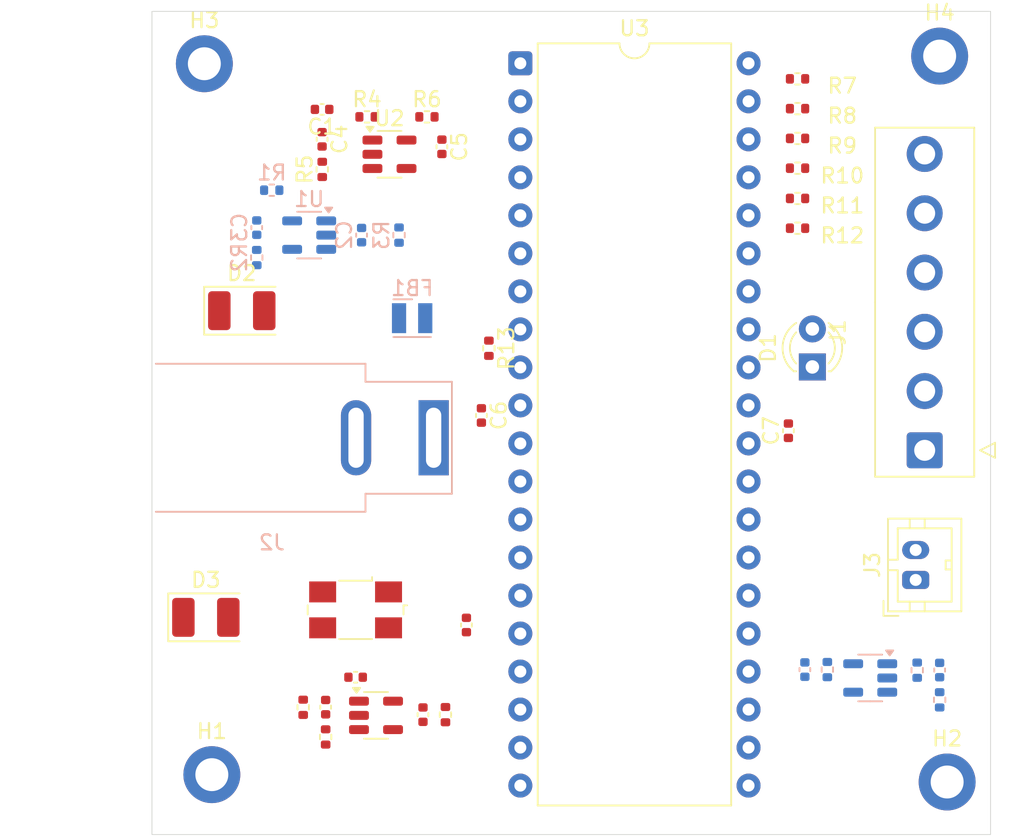
<source format=kicad_pcb>
(kicad_pcb (version 20241229) (generator "pcbnew") (generator_version "9.0")
  (layers (0 "F.Cu" signal) (4 "In1.Cu" signal) (6 "In2.Cu" signal) (2 "B.Cu" signal) (13 "F.Paste" user) (15 "B.Paste" user) (5 "F.SilkS" user "F.Silkscreen") (7 "B.SilkS" user "B.Silkscreen") (1 "F.Mask" user) (3 "B.Mask" user) (25 "Edge.Cuts" user))
  (net 0 "")
  (net 1 "+3V3")
  (net 2 "GND")
  (net 3 "+5V")
  (net 4 "+1V2")
  (net 5 "Net-(U3-XTAL1)")
  (net 6 "Net-(C8-Pad2)")
  (net 7 "Net-(D1-A)")
  (net 8 "Net-(FB1-Pad1)")
  (net 9 "Net-(J1-Pin_1)")
  (net 10 "Net-(J1-Pin_5)")
  (net 11 "Net-(J1-Pin_6)")
  (net 12 "Net-(J1-Pin_3)")
  (net 13 "Net-(J1-Pin_2)")
  (net 14 "Net-(J1-Pin_4)")
  (net 15 "Net-(J3-Pin_2)")
  (net 16 "Net-(U1-EN)")
  (net 17 "Net-(U2-EN)")
  (net 18 "Net-(U3-PA0)")
  (net 19 "Net-(U3-PA1)")
  (net 20 "Net-(U3-PA2)")
  (net 21 "Net-(U3-PA3)")
  (net 22 "Net-(U3-PA4)")
  (net 23 "Net-(U3-PA5)")
  (net 24 "Net-(U3-~{RESET})")
  (net 53 "+1V8")
  (net 54 "Net-(U4-EN)")
  (footprint "Capacitor_SMD:C_0402_1005Metric" (layer "F.Cu") (at 135.7625 87.56 -90)
    (property "Reference" "C4" (at 0 -1.16 90) (layer "F.SilkS"))
    (property "Value" "C")
    (fp_line (start -0.107836 0.36) (end 0.107836 0.36) (stroke (width 0.12)) (layer "F.SilkS"))
    (fp_line (start -0.107836 -0.36) (end 0.107836 -0.36) (stroke (width 0.12)) (layer "F.SilkS"))
    (pad "1" smd roundrect (at -0.48 0 270) (size 0.56 0.62) (layers "F.Cu" "F.Mask" "F.Paste") (net 1 "+3V3"))
    (pad "2" smd roundrect (at 0.48 0 270) (size 0.56 0.62) (layers "F.Cu" "F.Mask" "F.Paste") (net 2 "GND"))
  )
  (footprint "Connector_TE-Connectivity:TE_826576-6_1x06_P3.96mm_Vertical" (layer "F.Cu") (at 176 108.34 90)
    (property "Reference" "J1" (at 7.88 -5.8 90) (layer "F.SilkS"))
    (property "Value" "Conn_01x06_Pin")
    (fp_line (start 21.56 -3.31) (end 21.56 3.31) (stroke (width 0.12)) (layer "F.SilkS"))
    (fp_line (start 9.9 -3.31) (end 21.56 -3.31) (stroke (width 0.12)) (layer "F.SilkS"))
    (fp_line (start 9.9 -3.31) (end -1.76 -3.31) (stroke (width 0.12)) (layer "F.SilkS"))
    (fp_line (start -1.76 -3.31) (end -1.76 3.31) (stroke (width 0.12)) (layer "F.SilkS"))
    (fp_line (start 21.56 3.31) (end 9.9 3.31) (stroke (width 0.12)) (layer "F.SilkS"))
    (fp_line (start -1.76 3.31) (end 9.9 3.31) (stroke (width 0.12)) (layer "F.SilkS"))
    (fp_line (start 0 3.7) (end 0.5 4.7) (stroke (width 0.12)) (layer "F.SilkS"))
    (fp_line (start 0.5 4.7) (end -0.5 4.7) (stroke (width 0.12)) (layer "F.SilkS"))
    (fp_line (start -0.5 4.7) (end 0 3.7) (stroke (width 0.12)) (layer "F.SilkS"))
    (pad "1" thru_hole roundrect (at 0 0 90) (size 2.4 2.4) (drill 1.4) (layers "*.Cu" "*.Mask") (roundrect_rratio 0.104167) (net 9 "Net-(J1-Pin_1)"))
    (pad "2" thru_hole circle (at 3.96 0 90) (size 2.4 2.4) (drill 1.4) (layers "*.Cu" "*.Mask") (net 13 "Net-(J1-Pin_2)"))
    (pad "3" thru_hole circle (at 7.92 0 90) (size 2.4 2.4) (drill 1.4) (layers "*.Cu" "*.Mask") (net 12 "Net-(J1-Pin_3)"))
    (pad "4" thru_hole circle (at 11.88 0 90) (size 2.4 2.4) (drill 1.4) (layers "*.Cu" "*.Mask") (net 14 "Net-(J1-Pin_4)"))
    (pad "5" thru_hole circle (at 15.84 0 90) (size 2.4 2.4) (drill 1.4) (layers "*.Cu" "*.Mask") (net 10 "Net-(J1-Pin_5)"))
    (pad "6" thru_hole circle (at 19.8 0 90) (size 2.4 2.4) (drill 1.4) (layers "*.Cu" "*.Mask") (net 11 "Net-(J1-Pin_6)"))
  )
  (footprint "MountingHole:MountingHole_2.2mm_M2_DIN965_Pad_TopBottom" (layer "F.Cu") (at 127.9 82.51)
    (property "Reference" "H3" (at 0 -2.9 0) (layer "F.SilkS"))
    (property "Value" "MountingHole")
    (pad "1" thru_hole circle (at 0 0) (size 2.6 2.6) (drill 2.2) (layers "*.Cu" "*.Mask"))
    (pad "1" connect circle (at 0 0) (size 3.8 3.8) (layers "F.Cu" "F.Mask"))
    (pad "1" connect circle (at 0 0) (size 3.8 3.8) (layers "B.Cu" "B.Mask"))
  )
  (footprint "Resistor_SMD:R_0402_1005Metric" (layer "F.Cu") (at 146.9 101.52 -90)
    (property "Reference" "R13" (at 0 -1.17 90) (layer "F.SilkS"))
    (property "Value" "R")
    (fp_line (start -0.153641 0.38) (end 0.153641 0.38) (stroke (width 0.12)) (layer "F.SilkS"))
    (fp_line (start -0.153641 -0.38) (end 0.153641 -0.38) (stroke (width 0.12)) (layer "F.SilkS"))
    (pad "1" smd roundrect (at -0.51 0 270) (size 0.54 0.64) (layers "F.Cu" "F.Mask" "F.Paste") (net 1 "+3V3"))
    (pad "2" smd roundrect (at 0.51 0 270) (size 0.54 0.64) (layers "F.Cu" "F.Mask" "F.Paste") (net 24 "Net-(U3-~{RESET})"))
  )
  (footprint "Resistor_SMD:R_0402_1005Metric" (layer "F.Cu") (at 135.7725 89.57 90)
    (property "Reference" "R5" (at 0 -1.17 90) (layer "F.SilkS"))
    (property "Value" "R")
    (fp_line (start -0.153641 -0.38) (end 0.153641 -0.38) (stroke (width 0.12)) (layer "F.SilkS"))
    (fp_line (start -0.153641 0.38) (end 0.153641 0.38) (stroke (width 0.12)) (layer "F.SilkS"))
    (pad "1" smd roundrect (at -0.51 0 90) (size 0.54 0.64) (layers "F.Cu" "F.Mask" "F.Paste") (net 17 "Net-(U2-EN)"))
    (pad "2" smd roundrect (at 0.51 0 90) (size 0.54 0.64) (layers "F.Cu" "F.Mask" "F.Paste") (net 2 "GND"))
  )
  (footprint "Resistor_SMD:R_0402_1005Metric" (layer "F.Cu") (at 167.51 93.5)
    (property "Reference" "R12" (at 2.99 0.49 0) (layer "F.SilkS"))
    (property "Value" "R")
    (fp_line (start -0.153641 -0.38) (end 0.153641 -0.38) (stroke (width 0.12)) (layer "F.SilkS"))
    (fp_line (start -0.153641 0.38) (end 0.153641 0.38) (stroke (width 0.12)) (layer "F.SilkS"))
    (pad "1" smd roundrect (at -0.51 0) (size 0.54 0.64) (layers "F.Cu" "F.Mask" "F.Paste") (net 23 "Net-(U3-PA5)"))
    (pad "2" smd roundrect (at 0.51 0) (size 0.54 0.64) (layers "F.Cu" "F.Mask" "F.Paste") (net 9 "Net-(J1-Pin_1)"))
  )
  (footprint "Capacitor_SMD:C_0402_1005Metric" (layer "F.Cu") (at 135.7625 85.56 180)
    (property "Reference" "C1" (at 0 -1.16 0) (layer "F.SilkS"))
    (property "Value" "C")
    (fp_line (start -0.107836 0.36) (end 0.107836 0.36) (stroke (width 0.12)) (layer "F.SilkS"))
    (fp_line (start -0.107836 -0.36) (end 0.107836 -0.36) (stroke (width 0.12)) (layer "F.SilkS"))
    (pad "1" smd roundrect (at -0.48 0 180) (size 0.56 0.62) (layers "F.Cu" "F.Mask" "F.Paste") (net 1 "+3V3"))
    (pad "2" smd roundrect (at 0.48 0 180) (size 0.56 0.62) (layers "F.Cu" "F.Mask" "F.Paste") (net 2 "GND"))
  )
  (footprint "Resistor_SMD:R_0402_1005Metric" (layer "F.Cu") (at 134.5 125.51 -90)
    (property "Reference" "R14" (hide yes))
    (property "Value" "R" (hide yes))
    (fp_line (start -0.153641 0.38) (end 0.153641 0.38) (stroke (width 0.12)) (layer "F.SilkS"))
    (fp_line (start -0.153641 -0.38) (end 0.153641 -0.38) (stroke (width 0.12)) (layer "F.SilkS"))
    (pad "1" smd roundrect (at -0.51 0 270) (size 0.54 0.64) (layers "F.Cu" "F.Mask" "F.Paste") (net 1 "+3V3"))
    (pad "2" smd roundrect (at 0.51 0 270) (size 0.54 0.64) (layers "F.Cu" "F.Mask" "F.Paste") (net 2 "GND"))
  )
  (footprint "Resistor_SMD:R_0402_1005Metric" (layer "F.Cu") (at 136 127.49 -90)
    (property "Reference" "R15" (hide yes))
    (property "Value" "R" (hide yes))
    (fp_line (start -0.153641 0.38) (end 0.153641 0.38) (stroke (width 0.12)) (layer "F.SilkS"))
    (fp_line (start -0.153641 -0.38) (end 0.153641 -0.38) (stroke (width 0.12)) (layer "F.SilkS"))
    (pad "1" smd roundrect (at -0.51 0 270) (size 0.54 0.64) (layers "F.Cu" "F.Mask" "F.Paste") (net 54 "Net-(U4-EN)"))
    (pad "2" smd roundrect (at 0.51 0 270) (size 0.54 0.64) (layers "F.Cu" "F.Mask" "F.Paste") (net 2 "GND"))
  )
  (footprint "MountingHole:MountingHole_2.2mm_M2_DIN965_Pad_TopBottom" (layer "F.Cu") (at 177 82)
    (property "Reference" "H4" (at 0 -2.9 0) (layer "F.SilkS"))
    (property "Value" "MountingHole")
    (pad "1" thru_hole circle (at 0 0) (size 2.6 2.6) (drill 2.2) (layers "*.Cu" "*.Mask"))
    (pad "1" connect circle (at 0 0) (size 3.8 3.8) (layers "F.Cu" "F.Mask"))
    (pad "1" connect circle (at 0 0) (size 3.8 3.8) (layers "B.Cu" "B.Mask"))
  )
  (footprint "LED_SMD:LED_PLCC-2_3.4x3.0mm_AK" (layer "F.Cu") (at 130.4 99.01)
    (property "Reference" "D2" (at 0 -2.5 0) (layer "F.SilkS"))
    (property "Value" "LED")
    (fp_line (start -2.51 -1.6) (end -2.51 1.6) (stroke (width 0.12)) (layer "F.SilkS"))
    (fp_line (start 2.25 -1.6) (end -2.51 -1.6) (stroke (width 0.12)) (layer "F.SilkS"))
    (fp_line (start 2.25 1.6) (end -2.51 1.6) (stroke (width 0.12)) (layer "F.SilkS"))
    (pad "1" smd roundrect (at 1.5 0) (size 1.5 2.6) (layers "F.Cu" "F.Mask" "F.Paste") (roundrect_rratio 0.1666666667) (net 2 "GND"))
    (pad "2" smd roundrect (at -1.5 0) (size 1.5 2.6) (layers "F.Cu" "F.Mask" "F.Paste") (roundrect_rratio 0.1666666667) (net 4 "+1V2"))
  )
  (footprint "LED_THT:LED_D3.0mm" (layer "F.Cu") (at 168.5 102.77 90)
    (property "Reference" "D1" (at 1.27 -2.96 90) (layer "F.SilkS"))
    (property "Value" "LED")
    (fp_line (start -0.29 -1.236) (end -0.29 -1.08) (stroke (width 0.12)) (layer "F.SilkS"))
    (fp_line (start -0.29 1.08) (end -0.29 1.236) (stroke (width 0.12)) (layer "F.SilkS"))
    (fp_arc (start -0.29 -1.235516) (mid 1.365624 -1.987701) (end 2.941397 -1.080061) (stroke (width 0.12)) (layer "F.SilkS"))
    (fp_arc (start 0.229039 -1.08) (mid 1.269964 -1.5) (end 2.31091 -1.080049) (stroke (width 0.12)) (layer "F.SilkS"))
    (fp_arc (start 2.31091 1.080049) (mid 1.269964 1.5) (end 0.229039 1.08) (stroke (width 0.12)) (layer "F.SilkS"))
    (fp_arc (start 2.941397 1.080061) (mid 1.365624 1.987701) (end -0.29 1.235516) (stroke (width 0.12)) (layer "F.SilkS"))
    (pad "1" thru_hole rect (at 0 0 90) (size 1.8 1.8) (drill 0.9) (layers "*.Cu" "*.Mask") (net 2 "GND"))
    (pad "2" thru_hole circle (at 2.54 0 90) (size 1.8 1.8) (drill 0.9) (layers "*.Cu" "*.Mask") (net 7 "Net-(D1-A)"))
  )
  (footprint "MountingHole:MountingHole_2.2mm_M2_DIN965_Pad_TopBottom" (layer "F.Cu") (at 128.4 130.01)
    (property "Reference" "H1" (at 0 -2.9 0) (layer "F.SilkS"))
    (property "Value" "MountingHole")
    (pad "1" thru_hole circle (at 0 0) (size 2.6 2.6) (drill 2.2) (layers "*.Cu" "*.Mask"))
    (pad "1" connect circle (at 0 0) (size 3.8 3.8) (layers "F.Cu" "F.Mask"))
    (pad "1" connect circle (at 0 0) (size 3.8 3.8) (layers "B.Cu" "B.Mask"))
  )
  (footprint "Resistor_SMD:R_0402_1005Metric" (layer "F.Cu") (at 138.7625 86.06)
    (property "Reference" "R4" (at 0 -1.17 0) (layer "F.SilkS"))
    (property "Value" "R")
    (fp_line (start -0.153641 -0.38) (end 0.153641 -0.38) (stroke (width 0.12)) (layer "F.SilkS"))
    (fp_line (start -0.153641 0.38) (end 0.153641 0.38) (stroke (width 0.12)) (layer "F.SilkS"))
    (pad "1" smd roundrect (at -0.51 0) (size 0.54 0.64) (layers "F.Cu" "F.Mask" "F.Paste") (net 1 "+3V3"))
    (pad "2" smd roundrect (at 0.51 0) (size 0.54 0.64) (layers "F.Cu" "F.Mask" "F.Paste") (net 2 "GND"))
  )
  (footprint "Capacitor_SMD:C_0402_1005Metric" (layer "F.Cu") (at 136 125.5 -90)
    (property "Reference" "C10" (hide yes))
    (property "Value" "C" (hide yes))
    (fp_line (start -0.107836 0.36) (end 0.107836 0.36) (stroke (width 0.12)) (layer "F.SilkS"))
    (fp_line (start -0.107836 -0.36) (end 0.107836 -0.36) (stroke (width 0.12)) (layer "F.SilkS"))
    (pad "1" smd roundrect (at -0.48 0 270) (size 0.56 0.62) (layers "F.Cu" "F.Mask" "F.Paste") (net 1 "+3V3"))
    (pad "2" smd roundrect (at 0.48 0 270) (size 0.56 0.62) (layers "F.Cu" "F.Mask" "F.Paste") (net 2 "GND"))
  )
  (footprint "Capacitor_SMD:C_0402_1005Metric" (layer "F.Cu") (at 143.7625 88.06 -90)
    (property "Reference" "C5" (at 0 -1.16 90) (layer "F.SilkS"))
    (property "Value" "C")
    (fp_line (start -0.107836 0.36) (end 0.107836 0.36) (stroke (width 0.12)) (layer "F.SilkS"))
    (fp_line (start -0.107836 -0.36) (end 0.107836 -0.36) (stroke (width 0.12)) (layer "F.SilkS"))
    (pad "1" smd roundrect (at -0.48 0 270) (size 0.56 0.62) (layers "F.Cu" "F.Mask" "F.Paste") (net 4 "+1V2"))
    (pad "2" smd roundrect (at 0.48 0 270) (size 0.56 0.62) (layers "F.Cu" "F.Mask" "F.Paste") (net 2 "GND"))
  )
  (footprint "Resistor_SMD:R_0402_1005Metric" (layer "F.Cu") (at 167.51 85.51)
    (property "Reference" "R8" (at 2.99 0.48 0) (layer "F.SilkS"))
    (property "Value" "R")
    (fp_line (start -0.153641 -0.38) (end 0.153641 -0.38) (stroke (width 0.12)) (layer "F.SilkS"))
    (fp_line (start -0.153641 0.38) (end 0.153641 0.38) (stroke (width 0.12)) (layer "F.SilkS"))
    (pad "1" smd roundrect (at -0.51 0) (size 0.54 0.64) (layers "F.Cu" "F.Mask" "F.Paste") (net 19 "Net-(U3-PA1)"))
    (pad "2" smd roundrect (at 0.51 0) (size 0.54 0.64) (layers "F.Cu" "F.Mask" "F.Paste") (net 10 "Net-(J1-Pin_5)"))
  )
  (footprint "Package_TO_SOT_SMD:SOT-23-5" (layer "F.Cu") (at 140.2625 88.56)
    (property "Reference" "U2" (at 0 -2.4 0) (layer "F.SilkS"))
    (property "Value" "MIC5504-1.2YM5")
    (fp_line (start 0 -1.56) (end -0.8 -1.56) (stroke (width 0.12)) (layer "F.SilkS"))
    (fp_line (start 0 -1.56) (end 0.8 -1.56) (stroke (width 0.12)) (layer "F.SilkS"))
    (fp_line (start 0 1.56) (end -0.8 1.56) (stroke (width 0.12)) (layer "F.SilkS"))
    (fp_line (start 0 1.56) (end 0.8 1.56) (stroke (width 0.12)) (layer "F.SilkS"))
    (fp_poly (pts (xy -1.3 -1.51) (xy -1.54 -1.84) (xy -1.06 -1.84)) (stroke (width 0.12)) (fill yes) (layer "F.SilkS"))
    (pad "1" smd roundrect (at -1.1375 -0.95) (size 1.325 0.6) (layers "F.Cu" "F.Mask" "F.Paste") (net 1 "+3V3"))
    (pad "2" smd roundrect (at -1.1375 0) (size 1.325 0.6) (layers "F.Cu" "F.Mask" "F.Paste") (net 2 "GND"))
    (pad "3" smd roundrect (at -1.1375 0.95) (size 1.325 0.6) (layers "F.Cu" "F.Mask" "F.Paste") (net 17 "Net-(U2-EN)"))
    (pad "4" smd roundrect (at 1.1375 0.95) (size 1.325 0.6) (layers "F.Cu" "F.Mask" "F.Paste"))
    (pad "5" smd roundrect (at 1.1375 -0.95) (size 1.325 0.6) (layers "F.Cu" "F.Mask" "F.Paste") (net 4 "+1V2"))
  )
  (footprint "Capacitor_SMD:C_0402_1005Metric" (layer "F.Cu") (at 146.4 106.01 -90)
    (property "Reference" "C6" (at 0 -1.16 90) (layer "F.SilkS"))
    (property "Value" "C")
    (fp_line (start -0.107836 0.36) (end 0.107836 0.36) (stroke (width 0.12)) (layer "F.SilkS"))
    (fp_line (start -0.107836 -0.36) (end 0.107836 -0.36) (stroke (width 0.12)) (layer "F.SilkS"))
    (pad "1" smd roundrect (at -0.48 0 270) (size 0.56 0.62) (layers "F.Cu" "F.Mask" "F.Paste") (net 4 "+1V2"))
    (pad "2" smd roundrect (at 0.48 0 270) (size 0.56 0.62) (layers "F.Cu" "F.Mask" "F.Paste") (net 2 "GND"))
  )
  (footprint "Connector_TE-Connectivity:TE_440054-2_1x02_P2.00mm_Vertical" (layer "F.Cu") (at 175.4 117 90)
    (property "Reference" "J3" (at 1 -2.9 90) (layer "F.SilkS"))
    (property "Value" "Conn_01x02_Pin")
    (fp_line (start -2.4 -2.15) (end -1.4 -2.15) (stroke (width 0.12)) (layer "F.SilkS"))
    (fp_line (start -2.4 -2.15) (end -2.4 -1.15) (stroke (width 0.12)) (layer "F.SilkS"))
    (fp_line (start 1.35 -1.85) (end 1.35 -1.2) (stroke (width 0.12)) (layer "F.SilkS"))
    (fp_line (start 0.65 -1.85) (end 0.65 -1.2) (stroke (width 0.12)) (layer "F.SilkS"))
    (fp_line (start 3.45 -1.2) (end 1.35 -1.2) (stroke (width 0.12)) (layer "F.SilkS"))
    (fp_line (start 3.45 -1.2) (end 3.45 2.4) (stroke (width 0.12)) (layer "F.SilkS"))
    (fp_line (start -1.45 -1.2) (end 0.65 -1.2) (stroke (width 0.12)) (layer "F.SilkS"))
    (fp_line (start 3.45 -0.4) (end 4.1 -0.4) (stroke (width 0.12)) (layer "F.SilkS"))
    (fp_line (start -2.1 -0.4) (end -1.45 -0.4) (stroke (width 0.12)) (layer "F.SilkS"))
    (fp_line (start 3.45 0.6) (end 4.1 0.6) (stroke (width 0.12)) (layer "F.SilkS"))
    (fp_line (start -2.1 0.6) (end -1.45 0.6) (stroke (width 0.12)) (layer "F.SilkS"))
    (fp_line (start 1.3 2) (end 1.3 2.4) (stroke (width 0.12)) (layer "F.SilkS"))
    (fp_line (start 0.7 2) (end 1.3 2) (stroke (width 0.12)) (layer "F.SilkS"))
    (fp_line (start 3.45 2.4) (end -1.45 2.4) (stroke (width 0.12)) (layer "F.SilkS"))
    (fp_line (start 0.7 2.4) (end 0.7 2) (stroke (width 0.12)) (layer "F.SilkS"))
    (fp_line (start -1.45 2.4) (end -1.45 -1.2) (stroke (width 0.12)) (layer "F.SilkS"))
    (fp_rect (start -2.1 -1.85) (end 4.1 3.05) (stroke (width 0.12)) (fill no) (layer "F.SilkS"))
    (pad "1" thru_hole roundrect (at 0 0 90) (size 1.2 1.8) (drill 0.8) (layers "*.Cu" "*.Mask") (net 4 "+1V2"))
    (pad "2" thru_hole oval (at 2 0 90) (size 1.2 1.8) (drill 0.8) (layers "*.Cu" "*.Mask") (net 15 "Net-(J3-Pin_2)"))
  )
  (footprint "Crystal:Crystal_SMD_0603-4Pin_6.0x3.5mm" (layer "F.Cu") (at 138 119 180)
    (property "Reference" "Y1" (hide yes))
    (property "Value" "Crystal_GND24")
    (fp_line (start 3.2 -0.3) (end 3.2 0.3) (stroke (width 0.12)) (layer "F.SilkS"))
    (fp_line (start 1.1 1.95) (end -1.1 1.95) (stroke (width 0.12)) (layer "F.SilkS"))
    (fp_line (start -1.1 1.95) (end -1.1 2.19) (stroke (width 0.12)) (layer "F.SilkS"))
    (fp_line (start -1.1 -1.95) (end 1.1 -1.95) (stroke (width 0.12)) (layer "F.SilkS"))
    (fp_line (start -3.2 0.3) (end -3.2 -0.3) (stroke (width 0.12)) (layer "F.SilkS"))
    (fp_line (start -3.44 0.3) (end -3.2 0.3) (stroke (width 0.12)) (layer "F.SilkS"))
    (pad "1" smd rect (at -2.2 1.2 180) (size 1.8 1.4) (layers "F.Cu" "F.Mask" "F.Paste") (net 6 "Net-(C8-Pad2)"))
    (pad "2" smd rect (at 2.2 1.2 180) (size 1.8 1.4) (layers "F.Cu" "F.Mask" "F.Paste") (net 2 "GND"))
    (pad "3" smd rect (at 2.2 -1.2 180) (size 1.8 1.4) (layers "F.Cu" "F.Mask" "F.Paste") (net 5 "Net-(U3-XTAL1)"))
    (pad "4" smd rect (at -2.2 -1.2 180) (size 1.8 1.4) (layers "F.Cu" "F.Mask" "F.Paste") (net 2 "GND"))
  )
  (footprint "Capacitor_SMD:C_0402_1005Metric" (layer "F.Cu") (at 145.4 120.01 90)
    (property "Reference" "C8" (hide yes))
    (property "Value" "C")
    (fp_line (start -0.107836 -0.36) (end 0.107836 -0.36) (stroke (width 0.12)) (layer "F.SilkS"))
    (fp_line (start -0.107836 0.36) (end 0.107836 0.36) (stroke (width 0.12)) (layer "F.SilkS"))
    (pad "1" smd roundrect (at -0.48 0 90) (size 0.56 0.62) (layers "F.Cu" "F.Mask" "F.Paste") (net 5 "Net-(U3-XTAL1)"))
    (pad "2" smd roundrect (at 0.48 0 90) (size 0.56 0.62) (layers "F.Cu" "F.Mask" "F.Paste") (net 6 "Net-(C8-Pad2)"))
  )
  (footprint "Capacitor_SMD:C_0402_1005Metric" (layer "F.Cu") (at 138 123.5)
    (property "Reference" "C9" (hide yes))
    (property "Value" "C" (hide yes))
    (fp_line (start -0.107836 -0.36) (end 0.107836 -0.36) (stroke (width 0.12)) (layer "F.SilkS"))
    (fp_line (start -0.107836 0.36) (end 0.107836 0.36) (stroke (width 0.12)) (layer "F.SilkS"))
    (pad "1" smd roundrect (at -0.48 0) (size 0.56 0.62) (layers "F.Cu" "F.Mask" "F.Paste") (net 1 "+3V3"))
    (pad "2" smd roundrect (at 0.48 0) (size 0.56 0.62) (layers "F.Cu" "F.Mask" "F.Paste") (net 2 "GND"))
  )
  (footprint "LED_SMD:LED_PLCC-2_3.4x3.0mm_AK" (layer "F.Cu") (at 128 119.5)
    (property "Reference" "D3" (at 0 -2.5 0) (layer "F.SilkS"))
    (property "Value" "LED")
    (fp_line (start -2.51 -1.6) (end -2.51 1.6) (stroke (width 0.12)) (layer "F.SilkS"))
    (fp_line (start 2.25 -1.6) (end -2.51 -1.6) (stroke (width 0.12)) (layer "F.SilkS"))
    (fp_line (start 2.25 1.6) (end -2.51 1.6) (stroke (width 0.12)) (layer "F.SilkS"))
    (pad "1" smd roundrect (at 1.5 0) (size 1.5 2.6) (layers "F.Cu" "F.Mask" "F.Paste") (roundrect_rratio 0.1666666667) (net 2 "GND"))
    (pad "2" smd roundrect (at -1.5 0) (size 1.5 2.6) (layers "F.Cu" "F.Mask" "F.Paste") (roundrect_rratio 0.1666666667) (net 53 "+1V8"))
  )
  (footprint "MountingHole:MountingHole_2.2mm_M2_DIN965_Pad_TopBottom" (layer "F.Cu") (at 177.5 130.5)
    (property "Reference" "H2" (at 0 -2.9 0) (layer "F.SilkS"))
    (property "Value" "MountingHole")
    (pad "1" thru_hole circle (at 0 0) (size 2.6 2.6) (drill 2.2) (layers "*.Cu" "*.Mask"))
    (pad "1" connect circle (at 0 0) (size 3.8 3.8) (layers "F.Cu" "F.Mask"))
    (pad "1" connect circle (at 0 0) (size 3.8 3.8) (layers "B.Cu" "B.Mask"))
  )
  (footprint "Capacitor_SMD:C_0402_1005Metric" (layer "F.Cu") (at 142.5 126 -90)
    (property "Reference" "C11" (hide yes))
    (property "Value" "C" (hide yes))
    (fp_line (start -0.107836 0.36) (end 0.107836 0.36) (stroke (width 0.12)) (layer "F.SilkS"))
    (fp_line (start -0.107836 -0.36) (end 0.107836 -0.36) (stroke (width 0.12)) (layer "F.SilkS"))
    (pad "1" smd roundrect (at -0.48 0 270) (size 0.56 0.62) (layers "F.Cu" "F.Mask" "F.Paste") (net 53 "+1V8"))
    (pad "2" smd roundrect (at 0.48 0 270) (size 0.56 0.62) (layers "F.Cu" "F.Mask" "F.Paste") (net 2 "GND"))
  )
  (footprint "Package_DIP:DIP-40_W15.24mm" (layer "F.Cu") (at 149 82.48)
    (property "Reference" "U3" (at 7.62 -2.33 0) (layer "F.SilkS"))
    (property "Value" "ATmega164P-20P")
    (fp_line (start 1.16 -1.33) (end 1.16 49.59) (stroke (width 0.12)) (layer "F.SilkS"))
    (fp_line (start 1.16 49.59) (end 14.08 49.59) (stroke (width 0.12)) (layer "F.SilkS"))
    (fp_line (start 6.62 -1.33) (end 1.16 -1.33) (stroke (width 0.12)) (layer "F.SilkS"))
    (fp_line (start 14.08 -1.33) (end 8.62 -1.33) (stroke (width 0.12)) (layer "F.SilkS"))
    (fp_line (start 14.08 49.59) (end 14.08 -1.33) (stroke (width 0.12)) (layer "F.SilkS"))
    (fp_arc (start 8.62 -1.33) (mid 7.62 -0.33) (end 6.62 -1.33) (stroke (width 0.12)) (layer "F.SilkS"))
    (pad "1" thru_hole roundrect (at 0 0) (size 1.6 1.6) (drill 0.8) (layers "*.Cu" "*.Mask") (roundrect_rratio 0.15625))
    (pad "2" thru_hole circle (at 0 2.54) (size 1.6 1.6) (drill 0.8) (layers "*.Cu" "*.Mask"))
    (pad "3" thru_hole circle (at 0 5.08) (size 1.6 1.6) (drill 0.8) (layers "*.Cu" "*.Mask"))
    (pad "4" thru_hole circle (at 0 7.62) (size 1.6 1.6) (drill 0.8) (layers "*.Cu" "*.Mask"))
    (pad "5" thru_hole circle (at 0 10.16) (size 1.6 1.6) (drill 0.8) (layers "*.Cu" "*.Mask"))
    (pad "6" thru_hole circle (at 0 12.7) (size 1.6 1.6) (drill 0.8) (layers "*.Cu" "*.Mask"))
    (pad "7" thru_hole circle (at 0 15.24) (size 1.6 1.6) (drill 0.8) (layers "*.Cu" "*.Mask"))
    (pad "8" thru_hole circle (at 0 17.78) (size 1.6 1.6) (drill 0.8) (layers "*.Cu" "*.Mask"))
    (pad "9" thru_hole circle (at 0 20.32) (size 1.6 1.6) (drill 0.8) (layers "*.Cu" "*.Mask") (net 24 "Net-(U3-~{RESET})"))
    (pad "10" thru_hole circle (at 0 22.86) (size 1.6 1.6) (drill 0.8) (layers "*.Cu" "*.Mask") (net 4 "+1V2"))
    (pad "11" thru_hole circle (at 0 25.4) (size 1.6 1.6) (drill 0.8) (layers "*.Cu" "*.Mask") (net 2 "GND"))
    (pad "12" thru_hole circle (at 0 27.94) (size 1.6 1.6) (drill 0.8) (layers "*.Cu" "*.Mask"))
    (pad "13" thru_hole circle (at 0 30.48) (size 1.6 1.6) (drill 0.8) (layers "*.Cu" "*.Mask") (net 5 "Net-(U3-XTAL1)"))
    (pad "14" thru_hole circle (at 0 33.02) (size 1.6 1.6) (drill 0.8) (layers "*.Cu" "*.Mask"))
    (pad "15" thru_hole circle (at 0 35.56) (size 1.6 1.6) (drill 0.8) (layers "*.Cu" "*.Mask"))
    (pad "16" thru_hole circle (at 0 38.1) (size 1.6 1.6) (drill 0.8) (layers "*.Cu" "*.Mask"))
    (pad "17" thru_hole circle (at 0 40.64) (size 1.6 1.6) (drill 0.8) (layers "*.Cu" "*.Mask"))
    (pad "18" thru_hole circle (at 0 43.18) (size 1.6 1.6) (drill 0.8) (layers "*.Cu" "*.Mask"))
    (pad "19" thru_hole circle (at 0 45.72) (size 1.6 1.6) (drill 0.8) (layers "*.Cu" "*.Mask"))
    (pad "20" thru_hole circle (at 0 48.26) (size 1.6 1.6) (drill 0.8) (layers "*.Cu" "*.Mask"))
    (pad "21" thru_hole circle (at 15.24 48.26) (size 1.6 1.6) (drill 0.8) (layers "*.Cu" "*.Mask"))
    (pad "22" thru_hole circle (at 15.24 45.72) (size 1.6 1.6) (drill 0.8) (layers "*.Cu" "*.Mask"))
    (pad "23" thru_hole circle (at 15.24 43.18) (size 1.6 1.6) (drill 0.8) (layers "*.Cu" "*.Mask"))
    (pad "24" thru_hole circle (at 15.24 40.64) (size 1.6 1.6) (drill 0.8) (layers "*.Cu" "*.Mask"))
    (pad "25" thru_hole circle (at 15.24 38.1) (size 1.6 1.6) (drill 0.8) (layers "*.Cu" "*.Mask"))
    (pad "26" thru_hole circle (at 15.24 35.56) (size 1.6 1.6) (drill 0.8) (layers "*.Cu" "*.Mask"))
    (pad "27" thru_hole circle (at 15.24 33.02) (size 1.6 1.6) (drill 0.8) (layers "*.Cu" "*.Mask"))
    (pad "28" thru_hole circle (at 15.24 30.48) (size 1.6 1.6) (drill 0.8) (layers "*.Cu" "*.Mask"))
    (pad "29" thru_hole circle (at 15.24 27.94) (size 1.6 1.6) (drill 0.8) (layers "*.Cu" "*.Mask"))
    (pad "30" thru_hole circle (at 15.24 25.4) (size 1.6 1.6) (drill 0.8) (layers "*.Cu" "*.Mask") (net 4 "+1V2"))
    (pad "31" thru_hole circle (at 15.24 22.86) (size 1.6 1.6) (drill 0.8) (layers "*.Cu" "*.Mask") (net 2 "GND"))
    (pad "32" thru_hole circle (at 15.24 20.32) (size 1.6 1.6) (drill 0.8) (layers "*.Cu" "*.Mask"))
    (pad "33" thru_hole circle (at 15.24 17.78) (size 1.6 1.6) (drill 0.8) (layers "*.Cu" "*.Mask") (net 7 "Net-(D1-A)"))
    (pad "34" thru_hole circle (at 15.24 15.24) (size 1.6 1.6) (drill 0.8) (layers "*.Cu" "*.Mask") (net 15 "Net-(J3-Pin_2)"))
    (pad "35" thru_hole circle (at 15.24 12.7) (size 1.6 1.6) (drill 0.8) (layers "*.Cu" "*.Mask") (net 23 "Net-(U3-PA5)"))
    (pad "36" thru_hole circle (at 15.24 10.16) (size 1.6 1.6) (drill 0.8) (layers "*.Cu" "*.Mask") (net 22 "Net-(U3-PA4)"))
    (pad "37" thru_hole circle (at 15.24 7.62) (size 1.6 1.6) (drill 0.8) (layers "*.Cu" "*.Mask") (net 21 "Net-(U3-PA3)"))
    (pad "38" thru_hole circle (at 15.24 5.08) (size 1.6 1.6) (drill 0.8) (layers "*.Cu" "*.Mask") (net 20 "Net-(U3-PA2)"))
    (pad "39" thru_hole circle (at 15.24 2.54) (size 1.6 1.6) (drill 0.8) (layers "*.Cu" "*.Mask") (net 19 "Net-(U3-PA1)"))
    (pad "40" thru_hole circle (at 15.24 0) (size 1.6 1.6) (drill 0.8) (layers "*.Cu" "*.Mask") (net 18 "Net-(U3-PA0)"))
  )
  (footprint "Resistor_SMD:R_0402_1005Metric" (layer "F.Cu") (at 167.51 91.51)
    (property "Reference" "R11" (at 2.99 0.48 0) (layer "F.SilkS"))
    (property "Value" "R")
    (fp_line (start -0.153641 -0.38) (end 0.153641 -0.38) (stroke (width 0.12)) (layer "F.SilkS"))
    (fp_line (start -0.153641 0.38) (end 0.153641 0.38) (stroke (width 0.12)) (layer "F.SilkS"))
    (pad "1" smd roundrect (at -0.51 0) (size 0.54 0.64) (layers "F.Cu" "F.Mask" "F.Paste") (net 22 "Net-(U3-PA4)"))
    (pad "2" smd roundrect (at 0.51 0) (size 0.54 0.64) (layers "F.Cu" "F.Mask" "F.Paste") (net 13 "Net-(J1-Pin_2)"))
  )
  (footprint "Package_TO_SOT_SMD:SOT-23-5" (layer "F.Cu") (at 139.3625 126.05)
    (property "Reference" "U4" (hide yes))
    (property "Value" "MIC5504-1.8YM5" (hide yes))
    (fp_line (start 0 -1.56) (end -0.8 -1.56) (stroke (width 0.12)) (layer "F.SilkS"))
    (fp_line (start 0 -1.56) (end 0.8 -1.56) (stroke (width 0.12)) (layer "F.SilkS"))
    (fp_line (start 0 1.56) (end -0.8 1.56) (stroke (width 0.12)) (layer "F.SilkS"))
    (fp_line (start 0 1.56) (end 0.8 1.56) (stroke (width 0.12)) (layer "F.SilkS"))
    (fp_poly (pts (xy -1.3 -1.51) (xy -1.54 -1.84) (xy -1.06 -1.84)) (stroke (width 0.12)) (fill yes) (layer "F.SilkS"))
    (pad "1" smd roundrect (at -1.1375 -0.95) (size 1.325 0.6) (layers "F.Cu" "F.Mask" "F.Paste") (net 1 "+3V3"))
    (pad "2" smd roundrect (at -1.1375 0) (size 1.325 0.6) (layers "F.Cu" "F.Mask" "F.Paste") (net 2 "GND"))
    (pad "3" smd roundrect (at -1.1375 0.95) (size 1.325 0.6) (layers "F.Cu" "F.Mask" "F.Paste") (net 54 "Net-(U4-EN)"))
    (pad "4" smd roundrect (at 1.1375 0.95) (size 1.325 0.6) (layers "F.Cu" "F.Mask" "F.Paste"))
    (pad "5" smd roundrect (at 1.1375 -0.95) (size 1.325 0.6) (layers "F.Cu" "F.Mask" "F.Paste") (net 53 "+1V8"))
  )
  (footprint "Resistor_SMD:R_0402_1005Metric" (layer "F.Cu") (at 167.51 89.49)
    (property "Reference" "R10" (at 2.99 0.5 0) (layer "F.SilkS"))
    (property "Value" "R")
    (fp_line (start -0.153641 -0.38) (end 0.153641 -0.38) (stroke (width 0.12)) (layer "F.SilkS"))
    (fp_line (start -0.153641 0.38) (end 0.153641 0.38) (stroke (width 0.12)) (layer "F.SilkS"))
    (pad "1" smd roundrect (at -0.51 0) (size 0.54 0.64) (layers "F.Cu" "F.Mask" "F.Paste") (net 21 "Net-(U3-PA3)"))
    (pad "2" smd roundrect (at 0.51 0) (size 0.54 0.64) (layers "F.Cu" "F.Mask" "F.Paste") (net 12 "Net-(J1-Pin_3)"))
  )
  (footprint "Resistor_SMD:R_0402_1005Metric" (layer "F.Cu") (at 167.51 87.5)
    (property "Reference" "R9" (at 2.99 0.49 0) (layer "F.SilkS"))
    (property "Value" "R")
    (fp_line (start -0.153641 -0.38) (end 0.153641 -0.38) (stroke (width 0.12)) (layer "F.SilkS"))
    (fp_line (start -0.153641 0.38) (end 0.153641 0.38) (stroke (width 0.12)) (layer "F.SilkS"))
    (pad "1" smd roundrect (at -0.51 0) (size 0.54 0.64) (layers "F.Cu" "F.Mask" "F.Paste") (net 20 "Net-(U3-PA2)"))
    (pad "2" smd roundrect (at 0.51 0) (size 0.54 0.64) (layers "F.Cu" "F.Mask" "F.Paste") (net 14 "Net-(J1-Pin_4)"))
  )
  (footprint "Resistor_SMD:R_0402_1005Metric" (layer "F.Cu") (at 167.51 83.52)
    (property "Reference" "R7" (at 2.99 0.47 0) (layer "F.SilkS"))
    (property "Value" "R")
    (fp_line (start -0.153641 -0.38) (end 0.153641 -0.38) (stroke (width 0.12)) (layer "F.SilkS"))
    (fp_line (start -0.153641 0.38) (end 0.153641 0.38) (stroke (width 0.12)) (layer "F.SilkS"))
    (pad "1" smd roundrect (at -0.51 0) (size 0.54 0.64) (layers "F.Cu" "F.Mask" "F.Paste") (net 18 "Net-(U3-PA0)"))
    (pad "2" smd roundrect (at 0.51 0) (size 0.54 0.64) (layers "F.Cu" "F.Mask" "F.Paste") (net 11 "Net-(J1-Pin_6)"))
  )
  (footprint "Capacitor_SMD:C_0402_1005Metric" (layer "F.Cu") (at 166.9 107.03 90)
    (property "Reference" "C7" (at 0 -1.16 90) (layer "F.SilkS"))
    (property "Value" "C")
    (fp_line (start -0.107836 -0.36) (end 0.107836 -0.36) (stroke (width 0.12)) (layer "F.SilkS"))
    (fp_line (start -0.107836 0.36) (end 0.107836 0.36) (stroke (width 0.12)) (layer "F.SilkS"))
    (pad "1" smd roundrect (at -0.48 0 90) (size 0.56 0.62) (layers "F.Cu" "F.Mask" "F.Paste") (net 4 "+1V2"))
    (pad "2" smd roundrect (at 0.48 0 90) (size 0.56 0.62) (layers "F.Cu" "F.Mask" "F.Paste") (net 2 "GND"))
  )
  (footprint "Resistor_SMD:R_0402_1005Metric" (layer "F.Cu") (at 144 126 -90)
    (property "Reference" "R16" (hide yes))
    (property "Value" "R" (hide yes))
    (fp_line (start -0.153641 0.38) (end 0.153641 0.38) (stroke (width 0.12)) (layer "F.SilkS"))
    (fp_line (start -0.153641 -0.38) (end 0.153641 -0.38) (stroke (width 0.12)) (layer "F.SilkS"))
    (pad "1" smd roundrect (at -0.51 0 270) (size 0.54 0.64) (layers "F.Cu" "F.Mask" "F.Paste") (net 53 "+1V8"))
    (pad "2" smd roundrect (at 0.51 0 270) (size 0.54 0.64) (layers "F.Cu" "F.Mask" "F.Paste") (net 2 "GND"))
  )
  (footprint "Resistor_SMD:R_0402_1005Metric" (layer "F.Cu") (at 142.7625 86.06)
    (property "Reference" "R6" (at 0 -1.17 0) (layer "F.SilkS"))
    (property "Value" "R")
    (fp_line (start -0.153641 -0.38) (end 0.153641 -0.38) (stroke (width 0.12)) (layer "F.SilkS"))
    (fp_line (start -0.153641 0.38) (end 0.153641 0.38) (stroke (width 0.12)) (layer "F.SilkS"))
    (pad "1" smd roundrect (at -0.51 0) (size 0.54 0.64) (layers "F.Cu" "F.Mask" "F.Paste") (net 4 "+1V2"))
    (pad "2" smd roundrect (at 0.51 0) (size 0.54 0.64) (layers "F.Cu" "F.Mask" "F.Paste") (net 2 "GND"))
  )
  (footprint "Package_TO_SOT_SMD:SOT-23-5" (layer "B.Cu") (at 172.3625 123.55 180)
    (property "Reference" "U4" (hide yes))
    (property "Value" "MIC5504-1.8YM5" (hide yes))
    (fp_line (start 0 1.56) (end 0.8 1.56) (stroke (width 0.12)) (layer "B.SilkS"))
    (fp_line (start 0 1.56) (end -0.8 1.56) (stroke (width 0.12)) (layer "B.SilkS"))
    (fp_line (start 0 -1.56) (end 0.8 -1.56) (stroke (width 0.12)) (layer "B.SilkS"))
    (fp_line (start 0 -1.56) (end -0.8 -1.56) (stroke (width 0.12)) (layer "B.SilkS"))
    (fp_poly (pts (xy -1.3 1.51) (xy -1.54 1.84) (xy -1.06 1.84)) (stroke (width 0.12)) (fill yes) (layer "B.SilkS"))
    (pad "1" smd roundrect (at -1.1375 0.95 180) (size 1.325 0.6) (layers "B.Cu" "B.Mask" "B.Paste") (net 1 "+3V3"))
    (pad "2" smd roundrect (at -1.1375 0 180) (size 1.325 0.6) (layers "B.Cu" "B.Mask" "B.Paste") (net 2 "GND"))
    (pad "3" smd roundrect (at -1.1375 -0.95 180) (size 1.325 0.6) (layers "B.Cu" "B.Mask" "B.Paste") (net 54 "Net-(U4-EN)"))
    (pad "4" smd roundrect (at 1.1375 -0.95 180) (size 1.325 0.6) (layers "B.Cu" "B.Mask" "B.Paste"))
    (pad "5" smd roundrect (at 1.1375 0.95 180) (size 1.325 0.6) (layers "B.Cu" "B.Mask" "B.Paste") (net 53 "+1V8"))
  )
  (footprint "Capacitor_SMD:C_0402_1005Metric" (layer "B.Cu") (at 131.4 93.46 -90)
    (property "Reference" "C3" (at 0 1.16 90) (layer "B.SilkS") (effects (justify mirror)))
    (property "Value" "C")
    (fp_line (start -0.107836 0.36) (end 0.107836 0.36) (stroke (width 0.12)) (layer "B.SilkS"))
    (fp_line (start -0.107836 -0.36) (end 0.107836 -0.36) (stroke (width 0.12)) (layer "B.SilkS"))
    (pad "1" smd roundrect (at -0.48 0 270) (size 0.56 0.62) (layers "B.Cu" "B.Mask" "B.Paste") (net 3 "+5V"))
    (pad "2" smd roundrect (at 0.48 0 270) (size 0.56 0.62) (layers "B.Cu" "B.Mask" "B.Paste") (net 2 "GND"))
  )
  (footprint "Resistor_SMD:R_0402_1005Metric" (layer "B.Cu") (at 140.9 93.96 -90)
    (property "Reference" "R3" (at 0 1.17 90) (layer "B.SilkS") (effects (justify mirror)))
    (property "Value" "R")
    (fp_line (start -0.153641 0.38) (end 0.153641 0.38) (stroke (width 0.12)) (layer "B.SilkS"))
    (fp_line (start -0.153641 -0.38) (end 0.153641 -0.38) (stroke (width 0.12)) (layer "B.SilkS"))
    (pad "1" smd roundrect (at -0.51 0 270) (size 0.54 0.64) (layers "B.Cu" "B.Mask" "B.Paste") (net 1 "+3V3"))
    (pad "2" smd roundrect (at 0.51 0 270) (size 0.54 0.64) (layers "B.Cu" "B.Mask" "B.Paste") (net 2 "GND"))
  )
  (footprint "Package_TO_SOT_SMD:SOT-23-5" (layer "B.Cu") (at 134.9 93.96 180)
    (property "Reference" "U1" (at 0 2.4 0) (layer "B.SilkS") (effects (justify mirror)))
    (property "Value" "MIC5504-3.3YM5")
    (fp_line (start 0 1.56) (end 0.8 1.56) (stroke (width 0.12)) (layer "B.SilkS"))
    (fp_line (start 0 1.56) (end -0.8 1.56) (stroke (width 0.12)) (layer "B.SilkS"))
    (fp_line (start 0 -1.56) (end 0.8 -1.56) (stroke (width 0.12)) (layer "B.SilkS"))
    (fp_line (start 0 -1.56) (end -0.8 -1.56) (stroke (width 0.12)) (layer "B.SilkS"))
    (fp_poly (pts (xy -1.3 1.51) (xy -1.54 1.84) (xy -1.06 1.84)) (stroke (width 0.12)) (fill yes) (layer "B.SilkS"))
    (pad "1" smd roundrect (at -1.1375 0.95 180) (size 1.325 0.6) (layers "B.Cu" "B.Mask" "B.Paste") (net 3 "+5V"))
    (pad "2" smd roundrect (at -1.1375 0 180) (size 1.325 0.6) (layers "B.Cu" "B.Mask" "B.Paste") (net 2 "GND"))
    (pad "3" smd roundrect (at -1.1375 -0.95 180) (size 1.325 0.6) (layers "B.Cu" "B.Mask" "B.Paste") (net 16 "Net-(U1-EN)"))
    (pad "4" smd roundrect (at 1.1375 -0.95 180) (size 1.325 0.6) (layers "B.Cu" "B.Mask" "B.Paste"))
    (pad "5" smd roundrect (at 1.1375 0.95 180) (size 1.325 0.6) (layers "B.Cu" "B.Mask" "B.Paste") (net 1 "+3V3"))
  )
  (footprint "Resistor_SMD:R_0402_1005Metric" (layer "B.Cu") (at 177 125.01 -90)
    (property "Reference" "R15" (hide yes))
    (property "Value" "R" (hide yes))
    (fp_line (start -0.153641 0.38) (end 0.153641 0.38) (stroke (width 0.12)) (layer "B.SilkS"))
    (fp_line (start -0.153641 -0.38) (end 0.153641 -0.38) (stroke (width 0.12)) (layer "B.SilkS"))
    (pad "1" smd roundrect (at -0.51 0 270) (size 0.54 0.64) (layers "B.Cu" "B.Mask" "B.Paste") (net 54 "Net-(U4-EN)"))
    (pad "2" smd roundrect (at 0.51 0 270) (size 0.54 0.64) (layers "B.Cu" "B.Mask" "B.Paste") (net 2 "GND"))
  )
  (footprint "Resistor_SMD:R_0402_1005Metric" (layer "B.Cu") (at 132.4 90.96 180)
    (property "Reference" "R1" (at 0 1.17 0) (layer "B.SilkS") (effects (justify mirror)))
    (property "Value" "R")
    (fp_line (start -0.153641 0.38) (end 0.153641 0.38) (stroke (width 0.12)) (layer "B.SilkS"))
    (fp_line (start -0.153641 -0.38) (end 0.153641 -0.38) (stroke (width 0.12)) (layer "B.SilkS"))
    (pad "1" smd roundrect (at -0.51 0 180) (size 0.54 0.64) (layers "B.Cu" "B.Mask" "B.Paste") (net 3 "+5V"))
    (pad "2" smd roundrect (at 0.51 0 180) (size 0.54 0.64) (layers "B.Cu" "B.Mask" "B.Paste") (net 2 "GND"))
  )
  (footprint "Resistor_SMD:R_0402_1005Metric" (layer "B.Cu") (at 169.5 122.99 -90)
    (property "Reference" "R16" (hide yes))
    (property "Value" "R" (hide yes))
    (fp_line (start -0.153641 0.38) (end 0.153641 0.38) (stroke (width 0.12)) (layer "B.SilkS"))
    (fp_line (start -0.153641 -0.38) (end 0.153641 -0.38) (stroke (width 0.12)) (layer "B.SilkS"))
    (pad "1" smd roundrect (at -0.51 0 270) (size 0.54 0.64) (layers "B.Cu" "B.Mask" "B.Paste") (net 53 "+1V8"))
    (pad "2" smd roundrect (at 0.51 0 270) (size 0.54 0.64) (layers "B.Cu" "B.Mask" "B.Paste") (net 2 "GND"))
  )
  (footprint "Inductor_SMD_Wurth:L_Wurth_WE-LQSH-2512" (layer "B.Cu") (at 141.775 99.51 180)
    (property "Reference" "FB1" (at 0 2 0) (layer "B.SilkS") (effects (justify mirror)))
    (property "Value" "FerriteBead")
    (fp_line (start 0 1.26) (end 1.25 1.26) (stroke (width 0.12)) (layer "B.SilkS"))
    (fp_line (start -1.25 -1.26) (end 1.25 -1.26) (stroke (width 0.12)) (layer "B.SilkS"))
    (pad "1" smd rect (at -0.875 0 180) (size 0.95 2) (layers "B.Cu" "B.Mask" "B.Paste") (net 8 "Net-(FB1-Pad1)"))
    (pad "2" smd rect (at 0.875 0 180) (size 0.95 2) (layers "B.Cu" "B.Mask" "B.Paste") (net 3 "+5V"))
  )
  (footprint "Resistor_SMD:R_0402_1005Metric" (layer "B.Cu") (at 131.4 95.46 -90)
    (property "Reference" "R2" (at 0 1.17 90) (layer "B.SilkS") (effects (justify mirror)))
    (property "Value" "R")
    (fp_line (start -0.153641 0.38) (end 0.153641 0.38) (stroke (width 0.12)) (layer "B.SilkS"))
    (fp_line (start -0.153641 -0.38) (end 0.153641 -0.38) (stroke (width 0.12)) (layer "B.SilkS"))
    (pad "1" smd roundrect (at -0.51 0 270) (size 0.54 0.64) (layers "B.Cu" "B.Mask" "B.Paste") (net 16 "Net-(U1-EN)"))
    (pad "2" smd roundrect (at 0.51 0 270) (size 0.54 0.64) (layers "B.Cu" "B.Mask" "B.Paste") (net 2 "GND"))
  )
  (footprint "Capacitor_SMD:C_0402_1005Metric" (layer "B.Cu") (at 138.4 93.96 -90)
    (property "Reference" "C2" (at 0 1.16 90) (layer "B.SilkS") (effects (justify mirror)))
    (property "Value" "C")
    (fp_line (start -0.107836 0.36) (end 0.107836 0.36) (stroke (width 0.12)) (layer "B.SilkS"))
    (fp_line (start -0.107836 -0.36) (end 0.107836 -0.36) (stroke (width 0.12)) (layer "B.SilkS"))
    (pad "1" smd roundrect (at -0.48 0 270) (size 0.56 0.62) (layers "B.Cu" "B.Mask" "B.Paste") (net 1 "+3V3"))
    (pad "2" smd roundrect (at 0.48 0 270) (size 0.56 0.62) (layers "B.Cu" "B.Mask" "B.Paste") (net 2 "GND"))
  )
  (footprint "Capacitor_SMD:C_0402_1005Metric" (layer "B.Cu") (at 177 123.02 -90)
    (property "Reference" "C10" (hide yes))
    (property "Value" "C" (hide yes))
    (fp_line (start -0.107836 0.36) (end 0.107836 0.36) (stroke (width 0.12)) (layer "B.SilkS"))
    (fp_line (start -0.107836 -0.36) (end 0.107836 -0.36) (stroke (width 0.12)) (layer "B.SilkS"))
    (pad "1" smd roundrect (at -0.48 0 270) (size 0.56 0.62) (layers "B.Cu" "B.Mask" "B.Paste") (net 1 "+3V3"))
    (pad "2" smd roundrect (at 0.48 0 270) (size 0.56 0.62) (layers "B.Cu" "B.Mask" "B.Paste") (net 2 "GND"))
  )
  (footprint "Connector_BarrelJack:BarrelJack_SwitchcraftConxall_RAPC10U_Horizontal" (layer "B.Cu") (at 143.21 107.5)
    (property "Reference" "J2" (at -10.8 7 180) (layer "B.SilkS") (effects (justify mirror)))
    (property "Value" "Barrel_Jack")
    (fp_line (start -18.55 -4.945) (end -4.55 -4.945) (stroke (width 0.12)) (layer "B.SilkS"))
    (fp_line (start -4.55 -4.945) (end -4.55 -3.74) (stroke (width 0.12)) (layer "B.SilkS"))
    (fp_line (start -4.55 -3.74) (end 1.22 -3.74) (stroke (width 0.12)) (layer "B.SilkS"))
    (fp_line (start -4.55 3.74) (end -4.55 4.945) (stroke (width 0.12)) (layer "B.SilkS"))
    (fp_line (start -4.55 4.945) (end -18.55 4.945) (stroke (width 0.12)) (layer "B.SilkS"))
    (fp_line (start 1.22 -3.74) (end 1.22 3.74) (stroke (width 0.12)) (layer "B.SilkS"))
    (fp_line (start 1.22 3.74) (end -4.55 3.74) (stroke (width 0.12)) (layer "B.SilkS"))
    (pad "1" thru_hole rect (at 0 0) (size 2.02 5.02) (drill oval 1.02 4.02) (layers "*.Cu" "*.Mask") (net 8 "Net-(FB1-Pad1)"))
    (pad "2" thru_hole oval (at -5.18 0) (size 2.02 5.02) (drill oval 1.02 4.02) (layers "*.Cu" "*.Mask") (net 2 "GND"))
  )
  (footprint "Capacitor_SMD:C_0402_1005Metric" (layer "B.Cu") (at 168 122.99 -90)
    (property "Reference" "C11" (hide yes))
    (property "Value" "C" (hide yes))
    (fp_line (start -0.107836 0.36) (end 0.107836 0.36) (stroke (width 0.12)) (layer "B.SilkS"))
    (fp_line (start -0.107836 -0.36) (end 0.107836 -0.36) (stroke (width 0.12)) (layer "B.SilkS"))
    (pad "1" smd roundrect (at -0.48 0 270) (size 0.56 0.62) (layers "B.Cu" "B.Mask" "B.Paste") (net 53 "+1V8"))
    (pad "2" smd roundrect (at 0.48 0 270) (size 0.56 0.62) (layers "B.Cu" "B.Mask" "B.Paste") (net 2 "GND"))
  )
  (footprint "Resistor_SMD:R_0402_1005Metric" (layer "B.Cu") (at 175.5 123.03 -90)
    (property "Reference" "R14" (hide yes))
    (property "Value" "R" (hide yes))
    (fp_line (start -0.153641 0.38) (end 0.153641 0.38) (stroke (width 0.12)) (layer "B.SilkS"))
    (fp_line (start -0.153641 -0.38) (end 0.153641 -0.38) (stroke (width 0.12)) (layer "B.SilkS"))
    (pad "1" smd roundrect (at -0.51 0 270) (size 0.54 0.64) (layers "B.Cu" "B.Mask" "B.Paste") (net 1 "+3V3"))
    (pad "2" smd roundrect (at 0.51 0 270) (size 0.54 0.64) (layers "B.Cu" "B.Mask" "B.Paste") (net 2 "GND"))
  )
  (gr_rect (start 124.4 79.01) (end 180.4 134.01) (stroke (width 0.05)) (fill no) (layer "Edge.Cuts"))
)
</source>
